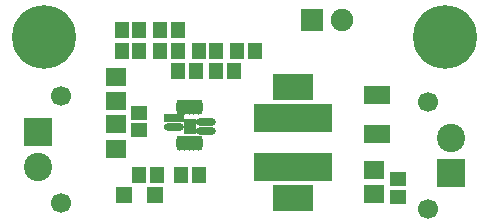
<source format=gts>
G04 #@! TF.GenerationSoftware,KiCad,Pcbnew,(5.1.5)-1*
G04 #@! TF.CreationDate,2020-06-06T10:03:48+02:00*
G04 #@! TF.ProjectId,MP8765,4d503837-3635-42e6-9b69-6361645f7063,rev?*
G04 #@! TF.SameCoordinates,PXe9a6740PY8f0d180*
G04 #@! TF.FileFunction,Soldermask,Top*
G04 #@! TF.FilePolarity,Negative*
%FSLAX45Y45*%
G04 Gerber Fmt 4.5, Leading zero omitted, Abs format (unit mm)*
G04 Created by KiCad (PCBNEW (5.1.5)-1) date 2020-06-06 10:03:48*
%MOMM*%
%LPD*%
G04 APERTURE LIST*
%ADD10R,1.300000X1.400000*%
%ADD11R,1.800000X1.500000*%
%ADD12C,5.400000*%
%ADD13R,6.700000X2.400000*%
%ADD14R,1.400000X1.300000*%
%ADD15R,2.200000X1.500000*%
%ADD16R,3.400000X2.300000*%
%ADD17R,1.400000X1.400000*%
%ADD18C,1.700000*%
%ADD19C,2.400000*%
%ADD20R,2.400000X2.400000*%
%ADD21R,1.900000X1.900000*%
%ADD22C,1.900000*%
%ADD23R,1.050000X0.700000*%
%ADD24O,1.700000X0.700000*%
%ADD25O,0.600000X1.300000*%
%ADD26R,1.700000X0.700000*%
G04 APERTURE END LIST*
D10*
X-13037500Y8537500D03*
X-12887500Y8537500D03*
D11*
X-13587500Y9367500D03*
X-13587500Y9157500D03*
X-11400000Y8370000D03*
X-11400000Y8580000D03*
D12*
X-14200000Y9700000D03*
X-10800000Y9700000D03*
D13*
X-12087500Y8605000D03*
X-12087500Y9020000D03*
D11*
X-13587500Y8967500D03*
X-13587500Y8757500D03*
D14*
X-13387500Y9062500D03*
X-13387500Y8912500D03*
D10*
X-12912500Y9412500D03*
X-13062500Y9412500D03*
X-12412500Y9587500D03*
X-12562500Y9587500D03*
X-13537500Y9587500D03*
X-13387500Y9587500D03*
D15*
X-11375000Y8885000D03*
X-11375000Y9215000D03*
D16*
X-12087500Y9282500D03*
X-12087500Y8342500D03*
D10*
X-13237500Y8537500D03*
X-13387500Y8537500D03*
X-12737500Y9412500D03*
X-12587500Y9412500D03*
X-12887500Y9587500D03*
X-12737500Y9587500D03*
X-13212500Y9587500D03*
X-13062500Y9587500D03*
X-13387500Y9762500D03*
X-13537500Y9762500D03*
X-13062500Y9762500D03*
X-13212500Y9762500D03*
D17*
X-13257500Y8362500D03*
X-13517500Y8362500D03*
D18*
X-14054000Y8300000D03*
D19*
X-14250000Y8600000D03*
D20*
X-14250000Y8900000D03*
D18*
X-14054000Y9200000D03*
X-10946000Y8250000D03*
D20*
X-10750000Y8550000D03*
D19*
X-10750000Y8850000D03*
D18*
X-10946000Y9150000D03*
D21*
X-11927000Y9850000D03*
D22*
X-11673000Y9850000D03*
D14*
X-11200000Y8500000D03*
X-11200000Y8350000D03*
D23*
X-12962500Y8979000D03*
X-12962500Y8919000D03*
D24*
X-12827500Y8980000D03*
X-12827500Y8910000D03*
D25*
X-12962500Y8807500D03*
D24*
X-13097500Y8945000D03*
D26*
X-13097500Y9015000D03*
D25*
X-13002500Y8807500D03*
X-13042500Y8807500D03*
X-12922500Y8807500D03*
X-12882500Y8807500D03*
X-12882500Y9112500D03*
X-12922500Y9112500D03*
X-13042500Y9112500D03*
X-13002500Y9112500D03*
X-12962500Y9112500D03*
M02*

</source>
